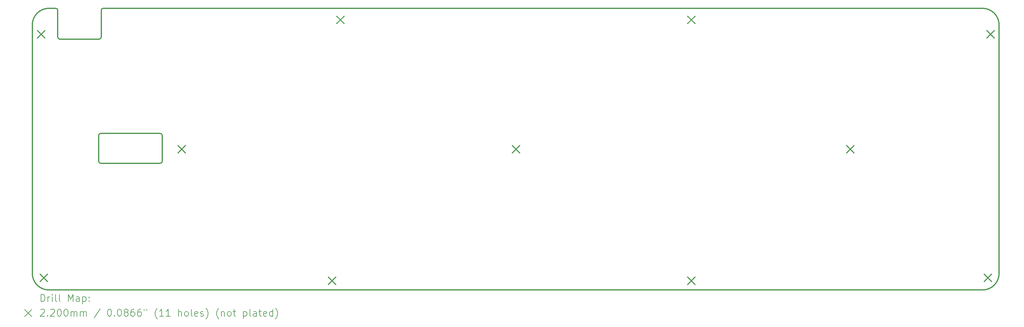
<source format=gbr>
%TF.GenerationSoftware,KiCad,Pcbnew,8.0.5*%
%TF.CreationDate,2024-09-18T07:56:25+09:00*%
%TF.ProjectId,SandyLP_Plate_Bottom,53616e64-794c-4505-9f50-6c6174655f42,v.0*%
%TF.SameCoordinates,Original*%
%TF.FileFunction,Drillmap*%
%TF.FilePolarity,Positive*%
%FSLAX45Y45*%
G04 Gerber Fmt 4.5, Leading zero omitted, Abs format (unit mm)*
G04 Created by KiCad (PCBNEW 8.0.5) date 2024-09-18 07:56:25*
%MOMM*%
%LPD*%
G01*
G04 APERTURE LIST*
%ADD10C,0.300000*%
%ADD11C,0.200000*%
%ADD12C,0.220000*%
G04 APERTURE END LIST*
D10*
X2140844Y-10999712D02*
X2140844Y-3920961D01*
X2807020Y-3444711D02*
X2617094Y-3444711D01*
X2867020Y-4264712D02*
X2867020Y-3504711D01*
X2927020Y-4324712D02*
X4044593Y-4324712D01*
X4029741Y-7802914D02*
X4029741Y-7072914D01*
X4089741Y-7862914D02*
X5787314Y-7862914D01*
X4104593Y-4264712D02*
X4104593Y-3504711D01*
X5787314Y-7012914D02*
X4089741Y-7012914D01*
X5847314Y-7802914D02*
X5847314Y-7072914D01*
X29212093Y-3444711D02*
X4164593Y-3444711D01*
X29212093Y-11475961D02*
X2617094Y-11475961D01*
X29688343Y-10999712D02*
X29688343Y-3920961D01*
X2140844Y-3920961D02*
G75*
G02*
X2617094Y-3444711I476250J0D01*
G01*
X2617094Y-11475961D02*
G75*
G02*
X2140844Y-10999712I0J476250D01*
G01*
X2807020Y-3444711D02*
G75*
G02*
X2867020Y-3504711I0J-60000D01*
G01*
X2927020Y-4324712D02*
G75*
G02*
X2867020Y-4264712I0J60000D01*
G01*
X4029741Y-7072914D02*
G75*
G02*
X4089741Y-7012914I60000J0D01*
G01*
X4089741Y-7862914D02*
G75*
G02*
X4029741Y-7802914I0J60000D01*
G01*
X4104593Y-3504711D02*
G75*
G02*
X4164593Y-3444711I60000J0D01*
G01*
X4104593Y-4264712D02*
G75*
G02*
X4044593Y-4324712I-60000J0D01*
G01*
X5787314Y-7012914D02*
G75*
G02*
X5847314Y-7072914I0J-60000D01*
G01*
X5847314Y-7802914D02*
G75*
G02*
X5787314Y-7862914I-60000J0D01*
G01*
X29212093Y-3444711D02*
G75*
G02*
X29688342Y-3920961I0J-476249D01*
G01*
X29688343Y-10999712D02*
G75*
G02*
X29212093Y-11475960I-476250J1D01*
G01*
D11*
D12*
X2279594Y-4074090D02*
X2499594Y-4294091D01*
X2499594Y-4074090D02*
X2279594Y-4294091D01*
X2359594Y-11018778D02*
X2579594Y-11238778D01*
X2579594Y-11018778D02*
X2359594Y-11238778D01*
X6282093Y-7352840D02*
X6502093Y-7572840D01*
X6502093Y-7352840D02*
X6282093Y-7572840D01*
X10568344Y-11098778D02*
X10788344Y-11318778D01*
X10788344Y-11098778D02*
X10568344Y-11318778D01*
X10806469Y-3661903D02*
X11026469Y-3881903D01*
X11026469Y-3661903D02*
X10806469Y-3881903D01*
X15807093Y-7352840D02*
X16027093Y-7572840D01*
X16027093Y-7352840D02*
X15807093Y-7572840D01*
X20807719Y-3661903D02*
X21027719Y-3881903D01*
X21027719Y-3661903D02*
X20807719Y-3881903D01*
X20807719Y-11098778D02*
X21027719Y-11318778D01*
X21027719Y-11098778D02*
X20807719Y-11318778D01*
X25332093Y-7352840D02*
X25552093Y-7572840D01*
X25552093Y-7352840D02*
X25332093Y-7572840D01*
X29254593Y-11018778D02*
X29474593Y-11238778D01*
X29474593Y-11018778D02*
X29254593Y-11238778D01*
X29334593Y-4074090D02*
X29554593Y-4294091D01*
X29554593Y-4074090D02*
X29334593Y-4294091D01*
D11*
X2386620Y-11802445D02*
X2386620Y-11602445D01*
X2386620Y-11602445D02*
X2434239Y-11602445D01*
X2434239Y-11602445D02*
X2462811Y-11611969D01*
X2462811Y-11611969D02*
X2481858Y-11631017D01*
X2481858Y-11631017D02*
X2491382Y-11650064D01*
X2491382Y-11650064D02*
X2500906Y-11688159D01*
X2500906Y-11688159D02*
X2500906Y-11716731D01*
X2500906Y-11716731D02*
X2491382Y-11754826D01*
X2491382Y-11754826D02*
X2481858Y-11773874D01*
X2481858Y-11773874D02*
X2462811Y-11792921D01*
X2462811Y-11792921D02*
X2434239Y-11802445D01*
X2434239Y-11802445D02*
X2386620Y-11802445D01*
X2586620Y-11802445D02*
X2586620Y-11669112D01*
X2586620Y-11707207D02*
X2596144Y-11688159D01*
X2596144Y-11688159D02*
X2605668Y-11678636D01*
X2605668Y-11678636D02*
X2624716Y-11669112D01*
X2624716Y-11669112D02*
X2643763Y-11669112D01*
X2710430Y-11802445D02*
X2710430Y-11669112D01*
X2710430Y-11602445D02*
X2700906Y-11611969D01*
X2700906Y-11611969D02*
X2710430Y-11621493D01*
X2710430Y-11621493D02*
X2719954Y-11611969D01*
X2719954Y-11611969D02*
X2710430Y-11602445D01*
X2710430Y-11602445D02*
X2710430Y-11621493D01*
X2834239Y-11802445D02*
X2815192Y-11792921D01*
X2815192Y-11792921D02*
X2805668Y-11773874D01*
X2805668Y-11773874D02*
X2805668Y-11602445D01*
X2939001Y-11802445D02*
X2919954Y-11792921D01*
X2919954Y-11792921D02*
X2910430Y-11773874D01*
X2910430Y-11773874D02*
X2910430Y-11602445D01*
X3167573Y-11802445D02*
X3167573Y-11602445D01*
X3167573Y-11602445D02*
X3234239Y-11745302D01*
X3234239Y-11745302D02*
X3300906Y-11602445D01*
X3300906Y-11602445D02*
X3300906Y-11802445D01*
X3481858Y-11802445D02*
X3481858Y-11697683D01*
X3481858Y-11697683D02*
X3472335Y-11678636D01*
X3472335Y-11678636D02*
X3453287Y-11669112D01*
X3453287Y-11669112D02*
X3415192Y-11669112D01*
X3415192Y-11669112D02*
X3396144Y-11678636D01*
X3481858Y-11792921D02*
X3462811Y-11802445D01*
X3462811Y-11802445D02*
X3415192Y-11802445D01*
X3415192Y-11802445D02*
X3396144Y-11792921D01*
X3396144Y-11792921D02*
X3386620Y-11773874D01*
X3386620Y-11773874D02*
X3386620Y-11754826D01*
X3386620Y-11754826D02*
X3396144Y-11735779D01*
X3396144Y-11735779D02*
X3415192Y-11726255D01*
X3415192Y-11726255D02*
X3462811Y-11726255D01*
X3462811Y-11726255D02*
X3481858Y-11716731D01*
X3577096Y-11669112D02*
X3577096Y-11869112D01*
X3577096Y-11678636D02*
X3596144Y-11669112D01*
X3596144Y-11669112D02*
X3634239Y-11669112D01*
X3634239Y-11669112D02*
X3653287Y-11678636D01*
X3653287Y-11678636D02*
X3662811Y-11688159D01*
X3662811Y-11688159D02*
X3672335Y-11707207D01*
X3672335Y-11707207D02*
X3672335Y-11764350D01*
X3672335Y-11764350D02*
X3662811Y-11783398D01*
X3662811Y-11783398D02*
X3653287Y-11792921D01*
X3653287Y-11792921D02*
X3634239Y-11802445D01*
X3634239Y-11802445D02*
X3596144Y-11802445D01*
X3596144Y-11802445D02*
X3577096Y-11792921D01*
X3758049Y-11783398D02*
X3767573Y-11792921D01*
X3767573Y-11792921D02*
X3758049Y-11802445D01*
X3758049Y-11802445D02*
X3748525Y-11792921D01*
X3748525Y-11792921D02*
X3758049Y-11783398D01*
X3758049Y-11783398D02*
X3758049Y-11802445D01*
X3758049Y-11678636D02*
X3767573Y-11688159D01*
X3767573Y-11688159D02*
X3758049Y-11697683D01*
X3758049Y-11697683D02*
X3748525Y-11688159D01*
X3748525Y-11688159D02*
X3758049Y-11678636D01*
X3758049Y-11678636D02*
X3758049Y-11697683D01*
X1925843Y-12030961D02*
X2125844Y-12230961D01*
X2125844Y-12030961D02*
X1925843Y-12230961D01*
X2377097Y-12041493D02*
X2386620Y-12031969D01*
X2386620Y-12031969D02*
X2405668Y-12022445D01*
X2405668Y-12022445D02*
X2453287Y-12022445D01*
X2453287Y-12022445D02*
X2472335Y-12031969D01*
X2472335Y-12031969D02*
X2481858Y-12041493D01*
X2481858Y-12041493D02*
X2491382Y-12060540D01*
X2491382Y-12060540D02*
X2491382Y-12079588D01*
X2491382Y-12079588D02*
X2481858Y-12108159D01*
X2481858Y-12108159D02*
X2367573Y-12222445D01*
X2367573Y-12222445D02*
X2491382Y-12222445D01*
X2577097Y-12203398D02*
X2586620Y-12212921D01*
X2586620Y-12212921D02*
X2577097Y-12222445D01*
X2577097Y-12222445D02*
X2567573Y-12212921D01*
X2567573Y-12212921D02*
X2577097Y-12203398D01*
X2577097Y-12203398D02*
X2577097Y-12222445D01*
X2662811Y-12041493D02*
X2672335Y-12031969D01*
X2672335Y-12031969D02*
X2691382Y-12022445D01*
X2691382Y-12022445D02*
X2739001Y-12022445D01*
X2739001Y-12022445D02*
X2758049Y-12031969D01*
X2758049Y-12031969D02*
X2767573Y-12041493D01*
X2767573Y-12041493D02*
X2777097Y-12060540D01*
X2777097Y-12060540D02*
X2777097Y-12079588D01*
X2777097Y-12079588D02*
X2767573Y-12108159D01*
X2767573Y-12108159D02*
X2653287Y-12222445D01*
X2653287Y-12222445D02*
X2777097Y-12222445D01*
X2900906Y-12022445D02*
X2919954Y-12022445D01*
X2919954Y-12022445D02*
X2939001Y-12031969D01*
X2939001Y-12031969D02*
X2948525Y-12041493D01*
X2948525Y-12041493D02*
X2958049Y-12060540D01*
X2958049Y-12060540D02*
X2967573Y-12098636D01*
X2967573Y-12098636D02*
X2967573Y-12146255D01*
X2967573Y-12146255D02*
X2958049Y-12184350D01*
X2958049Y-12184350D02*
X2948525Y-12203398D01*
X2948525Y-12203398D02*
X2939001Y-12212921D01*
X2939001Y-12212921D02*
X2919954Y-12222445D01*
X2919954Y-12222445D02*
X2900906Y-12222445D01*
X2900906Y-12222445D02*
X2881858Y-12212921D01*
X2881858Y-12212921D02*
X2872335Y-12203398D01*
X2872335Y-12203398D02*
X2862811Y-12184350D01*
X2862811Y-12184350D02*
X2853287Y-12146255D01*
X2853287Y-12146255D02*
X2853287Y-12098636D01*
X2853287Y-12098636D02*
X2862811Y-12060540D01*
X2862811Y-12060540D02*
X2872335Y-12041493D01*
X2872335Y-12041493D02*
X2881858Y-12031969D01*
X2881858Y-12031969D02*
X2900906Y-12022445D01*
X3091382Y-12022445D02*
X3110430Y-12022445D01*
X3110430Y-12022445D02*
X3129477Y-12031969D01*
X3129477Y-12031969D02*
X3139001Y-12041493D01*
X3139001Y-12041493D02*
X3148525Y-12060540D01*
X3148525Y-12060540D02*
X3158049Y-12098636D01*
X3158049Y-12098636D02*
X3158049Y-12146255D01*
X3158049Y-12146255D02*
X3148525Y-12184350D01*
X3148525Y-12184350D02*
X3139001Y-12203398D01*
X3139001Y-12203398D02*
X3129477Y-12212921D01*
X3129477Y-12212921D02*
X3110430Y-12222445D01*
X3110430Y-12222445D02*
X3091382Y-12222445D01*
X3091382Y-12222445D02*
X3072335Y-12212921D01*
X3072335Y-12212921D02*
X3062811Y-12203398D01*
X3062811Y-12203398D02*
X3053287Y-12184350D01*
X3053287Y-12184350D02*
X3043763Y-12146255D01*
X3043763Y-12146255D02*
X3043763Y-12098636D01*
X3043763Y-12098636D02*
X3053287Y-12060540D01*
X3053287Y-12060540D02*
X3062811Y-12041493D01*
X3062811Y-12041493D02*
X3072335Y-12031969D01*
X3072335Y-12031969D02*
X3091382Y-12022445D01*
X3243763Y-12222445D02*
X3243763Y-12089112D01*
X3243763Y-12108159D02*
X3253287Y-12098636D01*
X3253287Y-12098636D02*
X3272335Y-12089112D01*
X3272335Y-12089112D02*
X3300906Y-12089112D01*
X3300906Y-12089112D02*
X3319954Y-12098636D01*
X3319954Y-12098636D02*
X3329477Y-12117683D01*
X3329477Y-12117683D02*
X3329477Y-12222445D01*
X3329477Y-12117683D02*
X3339001Y-12098636D01*
X3339001Y-12098636D02*
X3358049Y-12089112D01*
X3358049Y-12089112D02*
X3386620Y-12089112D01*
X3386620Y-12089112D02*
X3405668Y-12098636D01*
X3405668Y-12098636D02*
X3415192Y-12117683D01*
X3415192Y-12117683D02*
X3415192Y-12222445D01*
X3510430Y-12222445D02*
X3510430Y-12089112D01*
X3510430Y-12108159D02*
X3519954Y-12098636D01*
X3519954Y-12098636D02*
X3539001Y-12089112D01*
X3539001Y-12089112D02*
X3567573Y-12089112D01*
X3567573Y-12089112D02*
X3586620Y-12098636D01*
X3586620Y-12098636D02*
X3596144Y-12117683D01*
X3596144Y-12117683D02*
X3596144Y-12222445D01*
X3596144Y-12117683D02*
X3605668Y-12098636D01*
X3605668Y-12098636D02*
X3624716Y-12089112D01*
X3624716Y-12089112D02*
X3653287Y-12089112D01*
X3653287Y-12089112D02*
X3672335Y-12098636D01*
X3672335Y-12098636D02*
X3681858Y-12117683D01*
X3681858Y-12117683D02*
X3681858Y-12222445D01*
X4072335Y-12012921D02*
X3900906Y-12270064D01*
X4329478Y-12022445D02*
X4348525Y-12022445D01*
X4348525Y-12022445D02*
X4367573Y-12031969D01*
X4367573Y-12031969D02*
X4377097Y-12041493D01*
X4377097Y-12041493D02*
X4386621Y-12060540D01*
X4386621Y-12060540D02*
X4396144Y-12098636D01*
X4396144Y-12098636D02*
X4396144Y-12146255D01*
X4396144Y-12146255D02*
X4386621Y-12184350D01*
X4386621Y-12184350D02*
X4377097Y-12203398D01*
X4377097Y-12203398D02*
X4367573Y-12212921D01*
X4367573Y-12212921D02*
X4348525Y-12222445D01*
X4348525Y-12222445D02*
X4329478Y-12222445D01*
X4329478Y-12222445D02*
X4310430Y-12212921D01*
X4310430Y-12212921D02*
X4300906Y-12203398D01*
X4300906Y-12203398D02*
X4291382Y-12184350D01*
X4291382Y-12184350D02*
X4281859Y-12146255D01*
X4281859Y-12146255D02*
X4281859Y-12098636D01*
X4281859Y-12098636D02*
X4291382Y-12060540D01*
X4291382Y-12060540D02*
X4300906Y-12041493D01*
X4300906Y-12041493D02*
X4310430Y-12031969D01*
X4310430Y-12031969D02*
X4329478Y-12022445D01*
X4481859Y-12203398D02*
X4491382Y-12212921D01*
X4491382Y-12212921D02*
X4481859Y-12222445D01*
X4481859Y-12222445D02*
X4472335Y-12212921D01*
X4472335Y-12212921D02*
X4481859Y-12203398D01*
X4481859Y-12203398D02*
X4481859Y-12222445D01*
X4615192Y-12022445D02*
X4634240Y-12022445D01*
X4634240Y-12022445D02*
X4653287Y-12031969D01*
X4653287Y-12031969D02*
X4662811Y-12041493D01*
X4662811Y-12041493D02*
X4672335Y-12060540D01*
X4672335Y-12060540D02*
X4681859Y-12098636D01*
X4681859Y-12098636D02*
X4681859Y-12146255D01*
X4681859Y-12146255D02*
X4672335Y-12184350D01*
X4672335Y-12184350D02*
X4662811Y-12203398D01*
X4662811Y-12203398D02*
X4653287Y-12212921D01*
X4653287Y-12212921D02*
X4634240Y-12222445D01*
X4634240Y-12222445D02*
X4615192Y-12222445D01*
X4615192Y-12222445D02*
X4596144Y-12212921D01*
X4596144Y-12212921D02*
X4586621Y-12203398D01*
X4586621Y-12203398D02*
X4577097Y-12184350D01*
X4577097Y-12184350D02*
X4567573Y-12146255D01*
X4567573Y-12146255D02*
X4567573Y-12098636D01*
X4567573Y-12098636D02*
X4577097Y-12060540D01*
X4577097Y-12060540D02*
X4586621Y-12041493D01*
X4586621Y-12041493D02*
X4596144Y-12031969D01*
X4596144Y-12031969D02*
X4615192Y-12022445D01*
X4796144Y-12108159D02*
X4777097Y-12098636D01*
X4777097Y-12098636D02*
X4767573Y-12089112D01*
X4767573Y-12089112D02*
X4758049Y-12070064D01*
X4758049Y-12070064D02*
X4758049Y-12060540D01*
X4758049Y-12060540D02*
X4767573Y-12041493D01*
X4767573Y-12041493D02*
X4777097Y-12031969D01*
X4777097Y-12031969D02*
X4796144Y-12022445D01*
X4796144Y-12022445D02*
X4834240Y-12022445D01*
X4834240Y-12022445D02*
X4853287Y-12031969D01*
X4853287Y-12031969D02*
X4862811Y-12041493D01*
X4862811Y-12041493D02*
X4872335Y-12060540D01*
X4872335Y-12060540D02*
X4872335Y-12070064D01*
X4872335Y-12070064D02*
X4862811Y-12089112D01*
X4862811Y-12089112D02*
X4853287Y-12098636D01*
X4853287Y-12098636D02*
X4834240Y-12108159D01*
X4834240Y-12108159D02*
X4796144Y-12108159D01*
X4796144Y-12108159D02*
X4777097Y-12117683D01*
X4777097Y-12117683D02*
X4767573Y-12127207D01*
X4767573Y-12127207D02*
X4758049Y-12146255D01*
X4758049Y-12146255D02*
X4758049Y-12184350D01*
X4758049Y-12184350D02*
X4767573Y-12203398D01*
X4767573Y-12203398D02*
X4777097Y-12212921D01*
X4777097Y-12212921D02*
X4796144Y-12222445D01*
X4796144Y-12222445D02*
X4834240Y-12222445D01*
X4834240Y-12222445D02*
X4853287Y-12212921D01*
X4853287Y-12212921D02*
X4862811Y-12203398D01*
X4862811Y-12203398D02*
X4872335Y-12184350D01*
X4872335Y-12184350D02*
X4872335Y-12146255D01*
X4872335Y-12146255D02*
X4862811Y-12127207D01*
X4862811Y-12127207D02*
X4853287Y-12117683D01*
X4853287Y-12117683D02*
X4834240Y-12108159D01*
X5043763Y-12022445D02*
X5005668Y-12022445D01*
X5005668Y-12022445D02*
X4986621Y-12031969D01*
X4986621Y-12031969D02*
X4977097Y-12041493D01*
X4977097Y-12041493D02*
X4958049Y-12070064D01*
X4958049Y-12070064D02*
X4948525Y-12108159D01*
X4948525Y-12108159D02*
X4948525Y-12184350D01*
X4948525Y-12184350D02*
X4958049Y-12203398D01*
X4958049Y-12203398D02*
X4967573Y-12212921D01*
X4967573Y-12212921D02*
X4986621Y-12222445D01*
X4986621Y-12222445D02*
X5024716Y-12222445D01*
X5024716Y-12222445D02*
X5043763Y-12212921D01*
X5043763Y-12212921D02*
X5053287Y-12203398D01*
X5053287Y-12203398D02*
X5062811Y-12184350D01*
X5062811Y-12184350D02*
X5062811Y-12136731D01*
X5062811Y-12136731D02*
X5053287Y-12117683D01*
X5053287Y-12117683D02*
X5043763Y-12108159D01*
X5043763Y-12108159D02*
X5024716Y-12098636D01*
X5024716Y-12098636D02*
X4986621Y-12098636D01*
X4986621Y-12098636D02*
X4967573Y-12108159D01*
X4967573Y-12108159D02*
X4958049Y-12117683D01*
X4958049Y-12117683D02*
X4948525Y-12136731D01*
X5234240Y-12022445D02*
X5196144Y-12022445D01*
X5196144Y-12022445D02*
X5177097Y-12031969D01*
X5177097Y-12031969D02*
X5167573Y-12041493D01*
X5167573Y-12041493D02*
X5148525Y-12070064D01*
X5148525Y-12070064D02*
X5139002Y-12108159D01*
X5139002Y-12108159D02*
X5139002Y-12184350D01*
X5139002Y-12184350D02*
X5148525Y-12203398D01*
X5148525Y-12203398D02*
X5158049Y-12212921D01*
X5158049Y-12212921D02*
X5177097Y-12222445D01*
X5177097Y-12222445D02*
X5215192Y-12222445D01*
X5215192Y-12222445D02*
X5234240Y-12212921D01*
X5234240Y-12212921D02*
X5243763Y-12203398D01*
X5243763Y-12203398D02*
X5253287Y-12184350D01*
X5253287Y-12184350D02*
X5253287Y-12136731D01*
X5253287Y-12136731D02*
X5243763Y-12117683D01*
X5243763Y-12117683D02*
X5234240Y-12108159D01*
X5234240Y-12108159D02*
X5215192Y-12098636D01*
X5215192Y-12098636D02*
X5177097Y-12098636D01*
X5177097Y-12098636D02*
X5158049Y-12108159D01*
X5158049Y-12108159D02*
X5148525Y-12117683D01*
X5148525Y-12117683D02*
X5139002Y-12136731D01*
X5329478Y-12022445D02*
X5329478Y-12060540D01*
X5405668Y-12022445D02*
X5405668Y-12060540D01*
X5700906Y-12298636D02*
X5691382Y-12289112D01*
X5691382Y-12289112D02*
X5672335Y-12260540D01*
X5672335Y-12260540D02*
X5662811Y-12241493D01*
X5662811Y-12241493D02*
X5653287Y-12212921D01*
X5653287Y-12212921D02*
X5643763Y-12165302D01*
X5643763Y-12165302D02*
X5643763Y-12127207D01*
X5643763Y-12127207D02*
X5653287Y-12079588D01*
X5653287Y-12079588D02*
X5662811Y-12051017D01*
X5662811Y-12051017D02*
X5672335Y-12031969D01*
X5672335Y-12031969D02*
X5691382Y-12003398D01*
X5691382Y-12003398D02*
X5700906Y-11993874D01*
X5881859Y-12222445D02*
X5767573Y-12222445D01*
X5824716Y-12222445D02*
X5824716Y-12022445D01*
X5824716Y-12022445D02*
X5805668Y-12051017D01*
X5805668Y-12051017D02*
X5786621Y-12070064D01*
X5786621Y-12070064D02*
X5767573Y-12079588D01*
X6072335Y-12222445D02*
X5958049Y-12222445D01*
X6015192Y-12222445D02*
X6015192Y-12022445D01*
X6015192Y-12022445D02*
X5996144Y-12051017D01*
X5996144Y-12051017D02*
X5977097Y-12070064D01*
X5977097Y-12070064D02*
X5958049Y-12079588D01*
X6310430Y-12222445D02*
X6310430Y-12022445D01*
X6396144Y-12222445D02*
X6396144Y-12117683D01*
X6396144Y-12117683D02*
X6386621Y-12098636D01*
X6386621Y-12098636D02*
X6367573Y-12089112D01*
X6367573Y-12089112D02*
X6339002Y-12089112D01*
X6339002Y-12089112D02*
X6319954Y-12098636D01*
X6319954Y-12098636D02*
X6310430Y-12108159D01*
X6519954Y-12222445D02*
X6500906Y-12212921D01*
X6500906Y-12212921D02*
X6491383Y-12203398D01*
X6491383Y-12203398D02*
X6481859Y-12184350D01*
X6481859Y-12184350D02*
X6481859Y-12127207D01*
X6481859Y-12127207D02*
X6491383Y-12108159D01*
X6491383Y-12108159D02*
X6500906Y-12098636D01*
X6500906Y-12098636D02*
X6519954Y-12089112D01*
X6519954Y-12089112D02*
X6548525Y-12089112D01*
X6548525Y-12089112D02*
X6567573Y-12098636D01*
X6567573Y-12098636D02*
X6577097Y-12108159D01*
X6577097Y-12108159D02*
X6586621Y-12127207D01*
X6586621Y-12127207D02*
X6586621Y-12184350D01*
X6586621Y-12184350D02*
X6577097Y-12203398D01*
X6577097Y-12203398D02*
X6567573Y-12212921D01*
X6567573Y-12212921D02*
X6548525Y-12222445D01*
X6548525Y-12222445D02*
X6519954Y-12222445D01*
X6700906Y-12222445D02*
X6681859Y-12212921D01*
X6681859Y-12212921D02*
X6672335Y-12193874D01*
X6672335Y-12193874D02*
X6672335Y-12022445D01*
X6853287Y-12212921D02*
X6834240Y-12222445D01*
X6834240Y-12222445D02*
X6796144Y-12222445D01*
X6796144Y-12222445D02*
X6777097Y-12212921D01*
X6777097Y-12212921D02*
X6767573Y-12193874D01*
X6767573Y-12193874D02*
X6767573Y-12117683D01*
X6767573Y-12117683D02*
X6777097Y-12098636D01*
X6777097Y-12098636D02*
X6796144Y-12089112D01*
X6796144Y-12089112D02*
X6834240Y-12089112D01*
X6834240Y-12089112D02*
X6853287Y-12098636D01*
X6853287Y-12098636D02*
X6862811Y-12117683D01*
X6862811Y-12117683D02*
X6862811Y-12136731D01*
X6862811Y-12136731D02*
X6767573Y-12155779D01*
X6939002Y-12212921D02*
X6958049Y-12222445D01*
X6958049Y-12222445D02*
X6996144Y-12222445D01*
X6996144Y-12222445D02*
X7015192Y-12212921D01*
X7015192Y-12212921D02*
X7024716Y-12193874D01*
X7024716Y-12193874D02*
X7024716Y-12184350D01*
X7024716Y-12184350D02*
X7015192Y-12165302D01*
X7015192Y-12165302D02*
X6996144Y-12155779D01*
X6996144Y-12155779D02*
X6967573Y-12155779D01*
X6967573Y-12155779D02*
X6948525Y-12146255D01*
X6948525Y-12146255D02*
X6939002Y-12127207D01*
X6939002Y-12127207D02*
X6939002Y-12117683D01*
X6939002Y-12117683D02*
X6948525Y-12098636D01*
X6948525Y-12098636D02*
X6967573Y-12089112D01*
X6967573Y-12089112D02*
X6996144Y-12089112D01*
X6996144Y-12089112D02*
X7015192Y-12098636D01*
X7091383Y-12298636D02*
X7100906Y-12289112D01*
X7100906Y-12289112D02*
X7119954Y-12260540D01*
X7119954Y-12260540D02*
X7129478Y-12241493D01*
X7129478Y-12241493D02*
X7139002Y-12212921D01*
X7139002Y-12212921D02*
X7148525Y-12165302D01*
X7148525Y-12165302D02*
X7148525Y-12127207D01*
X7148525Y-12127207D02*
X7139002Y-12079588D01*
X7139002Y-12079588D02*
X7129478Y-12051017D01*
X7129478Y-12051017D02*
X7119954Y-12031969D01*
X7119954Y-12031969D02*
X7100906Y-12003398D01*
X7100906Y-12003398D02*
X7091383Y-11993874D01*
X7453287Y-12298636D02*
X7443764Y-12289112D01*
X7443764Y-12289112D02*
X7424716Y-12260540D01*
X7424716Y-12260540D02*
X7415192Y-12241493D01*
X7415192Y-12241493D02*
X7405668Y-12212921D01*
X7405668Y-12212921D02*
X7396145Y-12165302D01*
X7396145Y-12165302D02*
X7396145Y-12127207D01*
X7396145Y-12127207D02*
X7405668Y-12079588D01*
X7405668Y-12079588D02*
X7415192Y-12051017D01*
X7415192Y-12051017D02*
X7424716Y-12031969D01*
X7424716Y-12031969D02*
X7443764Y-12003398D01*
X7443764Y-12003398D02*
X7453287Y-11993874D01*
X7529478Y-12089112D02*
X7529478Y-12222445D01*
X7529478Y-12108159D02*
X7539002Y-12098636D01*
X7539002Y-12098636D02*
X7558049Y-12089112D01*
X7558049Y-12089112D02*
X7586621Y-12089112D01*
X7586621Y-12089112D02*
X7605668Y-12098636D01*
X7605668Y-12098636D02*
X7615192Y-12117683D01*
X7615192Y-12117683D02*
X7615192Y-12222445D01*
X7739002Y-12222445D02*
X7719954Y-12212921D01*
X7719954Y-12212921D02*
X7710430Y-12203398D01*
X7710430Y-12203398D02*
X7700906Y-12184350D01*
X7700906Y-12184350D02*
X7700906Y-12127207D01*
X7700906Y-12127207D02*
X7710430Y-12108159D01*
X7710430Y-12108159D02*
X7719954Y-12098636D01*
X7719954Y-12098636D02*
X7739002Y-12089112D01*
X7739002Y-12089112D02*
X7767573Y-12089112D01*
X7767573Y-12089112D02*
X7786621Y-12098636D01*
X7786621Y-12098636D02*
X7796145Y-12108159D01*
X7796145Y-12108159D02*
X7805668Y-12127207D01*
X7805668Y-12127207D02*
X7805668Y-12184350D01*
X7805668Y-12184350D02*
X7796145Y-12203398D01*
X7796145Y-12203398D02*
X7786621Y-12212921D01*
X7786621Y-12212921D02*
X7767573Y-12222445D01*
X7767573Y-12222445D02*
X7739002Y-12222445D01*
X7862811Y-12089112D02*
X7939002Y-12089112D01*
X7891383Y-12022445D02*
X7891383Y-12193874D01*
X7891383Y-12193874D02*
X7900906Y-12212921D01*
X7900906Y-12212921D02*
X7919954Y-12222445D01*
X7919954Y-12222445D02*
X7939002Y-12222445D01*
X8158049Y-12089112D02*
X8158049Y-12289112D01*
X8158049Y-12098636D02*
X8177097Y-12089112D01*
X8177097Y-12089112D02*
X8215192Y-12089112D01*
X8215192Y-12089112D02*
X8234240Y-12098636D01*
X8234240Y-12098636D02*
X8243764Y-12108159D01*
X8243764Y-12108159D02*
X8253287Y-12127207D01*
X8253287Y-12127207D02*
X8253287Y-12184350D01*
X8253287Y-12184350D02*
X8243764Y-12203398D01*
X8243764Y-12203398D02*
X8234240Y-12212921D01*
X8234240Y-12212921D02*
X8215192Y-12222445D01*
X8215192Y-12222445D02*
X8177097Y-12222445D01*
X8177097Y-12222445D02*
X8158049Y-12212921D01*
X8367573Y-12222445D02*
X8348526Y-12212921D01*
X8348526Y-12212921D02*
X8339002Y-12193874D01*
X8339002Y-12193874D02*
X8339002Y-12022445D01*
X8529478Y-12222445D02*
X8529478Y-12117683D01*
X8529478Y-12117683D02*
X8519954Y-12098636D01*
X8519954Y-12098636D02*
X8500907Y-12089112D01*
X8500907Y-12089112D02*
X8462811Y-12089112D01*
X8462811Y-12089112D02*
X8443764Y-12098636D01*
X8529478Y-12212921D02*
X8510430Y-12222445D01*
X8510430Y-12222445D02*
X8462811Y-12222445D01*
X8462811Y-12222445D02*
X8443764Y-12212921D01*
X8443764Y-12212921D02*
X8434240Y-12193874D01*
X8434240Y-12193874D02*
X8434240Y-12174826D01*
X8434240Y-12174826D02*
X8443764Y-12155779D01*
X8443764Y-12155779D02*
X8462811Y-12146255D01*
X8462811Y-12146255D02*
X8510430Y-12146255D01*
X8510430Y-12146255D02*
X8529478Y-12136731D01*
X8596145Y-12089112D02*
X8672335Y-12089112D01*
X8624716Y-12022445D02*
X8624716Y-12193874D01*
X8624716Y-12193874D02*
X8634240Y-12212921D01*
X8634240Y-12212921D02*
X8653288Y-12222445D01*
X8653288Y-12222445D02*
X8672335Y-12222445D01*
X8815192Y-12212921D02*
X8796145Y-12222445D01*
X8796145Y-12222445D02*
X8758049Y-12222445D01*
X8758049Y-12222445D02*
X8739002Y-12212921D01*
X8739002Y-12212921D02*
X8729478Y-12193874D01*
X8729478Y-12193874D02*
X8729478Y-12117683D01*
X8729478Y-12117683D02*
X8739002Y-12098636D01*
X8739002Y-12098636D02*
X8758049Y-12089112D01*
X8758049Y-12089112D02*
X8796145Y-12089112D01*
X8796145Y-12089112D02*
X8815192Y-12098636D01*
X8815192Y-12098636D02*
X8824716Y-12117683D01*
X8824716Y-12117683D02*
X8824716Y-12136731D01*
X8824716Y-12136731D02*
X8729478Y-12155779D01*
X8996145Y-12222445D02*
X8996145Y-12022445D01*
X8996145Y-12212921D02*
X8977097Y-12222445D01*
X8977097Y-12222445D02*
X8939002Y-12222445D01*
X8939002Y-12222445D02*
X8919954Y-12212921D01*
X8919954Y-12212921D02*
X8910430Y-12203398D01*
X8910430Y-12203398D02*
X8900907Y-12184350D01*
X8900907Y-12184350D02*
X8900907Y-12127207D01*
X8900907Y-12127207D02*
X8910430Y-12108159D01*
X8910430Y-12108159D02*
X8919954Y-12098636D01*
X8919954Y-12098636D02*
X8939002Y-12089112D01*
X8939002Y-12089112D02*
X8977097Y-12089112D01*
X8977097Y-12089112D02*
X8996145Y-12098636D01*
X9072335Y-12298636D02*
X9081859Y-12289112D01*
X9081859Y-12289112D02*
X9100907Y-12260540D01*
X9100907Y-12260540D02*
X9110430Y-12241493D01*
X9110430Y-12241493D02*
X9119954Y-12212921D01*
X9119954Y-12212921D02*
X9129478Y-12165302D01*
X9129478Y-12165302D02*
X9129478Y-12127207D01*
X9129478Y-12127207D02*
X9119954Y-12079588D01*
X9119954Y-12079588D02*
X9110430Y-12051017D01*
X9110430Y-12051017D02*
X9100907Y-12031969D01*
X9100907Y-12031969D02*
X9081859Y-12003398D01*
X9081859Y-12003398D02*
X9072335Y-11993874D01*
M02*

</source>
